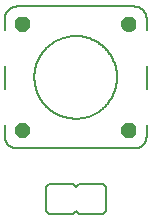
<source format=gbr>
G04 EAGLE Gerber RS-274X export*
G75*
%MOMM*%
%FSLAX34Y34*%
%LPD*%
%INSilkscreen Top*%
%IPPOS*%
%AMOC8*
5,1,8,0,0,1.08239X$1,22.5*%
G01*
%ADD10C,0.152400*%
%ADD11C,0.203200*%
%ADD12C,0.700000*%


D10*
X88900Y35560D02*
X91440Y38100D01*
X88900Y35560D02*
X86360Y38100D01*
X88900Y15240D02*
X91440Y12700D01*
X88900Y15240D02*
X86360Y12700D01*
X66040Y12700D01*
X63500Y15240D01*
X111760Y12700D02*
X114300Y15240D01*
X111760Y12700D02*
X91440Y12700D01*
X114300Y15240D02*
X114300Y35560D01*
X111760Y38100D01*
X91440Y38100D01*
X86360Y38100D02*
X66040Y38100D01*
X63500Y35560D01*
X63500Y15240D01*
D11*
X28900Y168270D02*
X28900Y178270D01*
X38900Y188270D02*
X138900Y188270D01*
X148900Y178270D02*
X148900Y168270D01*
X148900Y138270D02*
X148900Y118270D01*
X148900Y88270D02*
X148900Y78270D01*
X138900Y68270D02*
X38900Y68270D01*
X28900Y78270D02*
X28900Y88270D01*
X28900Y118270D02*
X28900Y138270D01*
X28900Y178270D02*
X28903Y178512D01*
X28912Y178753D01*
X28926Y178994D01*
X28947Y179235D01*
X28973Y179475D01*
X29005Y179715D01*
X29043Y179954D01*
X29086Y180191D01*
X29136Y180428D01*
X29191Y180663D01*
X29251Y180897D01*
X29318Y181129D01*
X29389Y181360D01*
X29467Y181589D01*
X29550Y181816D01*
X29638Y182041D01*
X29732Y182264D01*
X29831Y182484D01*
X29936Y182702D01*
X30045Y182917D01*
X30160Y183130D01*
X30280Y183340D01*
X30405Y183546D01*
X30535Y183750D01*
X30670Y183951D01*
X30810Y184148D01*
X30954Y184342D01*
X31103Y184532D01*
X31257Y184718D01*
X31415Y184901D01*
X31577Y185080D01*
X31744Y185255D01*
X31915Y185426D01*
X32090Y185593D01*
X32269Y185755D01*
X32452Y185913D01*
X32638Y186067D01*
X32828Y186216D01*
X33022Y186360D01*
X33219Y186500D01*
X33420Y186635D01*
X33624Y186765D01*
X33830Y186890D01*
X34040Y187010D01*
X34253Y187125D01*
X34468Y187234D01*
X34686Y187339D01*
X34906Y187438D01*
X35129Y187532D01*
X35354Y187620D01*
X35581Y187703D01*
X35810Y187781D01*
X36041Y187852D01*
X36273Y187919D01*
X36507Y187979D01*
X36742Y188034D01*
X36979Y188084D01*
X37216Y188127D01*
X37455Y188165D01*
X37695Y188197D01*
X37935Y188223D01*
X38176Y188244D01*
X38417Y188258D01*
X38658Y188267D01*
X38900Y188270D01*
X138900Y188270D02*
X139142Y188267D01*
X139383Y188258D01*
X139624Y188244D01*
X139865Y188223D01*
X140105Y188197D01*
X140345Y188165D01*
X140584Y188127D01*
X140821Y188084D01*
X141058Y188034D01*
X141293Y187979D01*
X141527Y187919D01*
X141759Y187852D01*
X141990Y187781D01*
X142219Y187703D01*
X142446Y187620D01*
X142671Y187532D01*
X142894Y187438D01*
X143114Y187339D01*
X143332Y187234D01*
X143547Y187125D01*
X143760Y187010D01*
X143970Y186890D01*
X144176Y186765D01*
X144380Y186635D01*
X144581Y186500D01*
X144778Y186360D01*
X144972Y186216D01*
X145162Y186067D01*
X145348Y185913D01*
X145531Y185755D01*
X145710Y185593D01*
X145885Y185426D01*
X146056Y185255D01*
X146223Y185080D01*
X146385Y184901D01*
X146543Y184718D01*
X146697Y184532D01*
X146846Y184342D01*
X146990Y184148D01*
X147130Y183951D01*
X147265Y183750D01*
X147395Y183546D01*
X147520Y183340D01*
X147640Y183130D01*
X147755Y182917D01*
X147864Y182702D01*
X147969Y182484D01*
X148068Y182264D01*
X148162Y182041D01*
X148250Y181816D01*
X148333Y181589D01*
X148411Y181360D01*
X148482Y181129D01*
X148549Y180897D01*
X148609Y180663D01*
X148664Y180428D01*
X148714Y180191D01*
X148757Y179954D01*
X148795Y179715D01*
X148827Y179475D01*
X148853Y179235D01*
X148874Y178994D01*
X148888Y178753D01*
X148897Y178512D01*
X148900Y178270D01*
X148900Y78270D02*
X148897Y78028D01*
X148888Y77787D01*
X148874Y77546D01*
X148853Y77305D01*
X148827Y77065D01*
X148795Y76825D01*
X148757Y76586D01*
X148714Y76349D01*
X148664Y76112D01*
X148609Y75877D01*
X148549Y75643D01*
X148482Y75411D01*
X148411Y75180D01*
X148333Y74951D01*
X148250Y74724D01*
X148162Y74499D01*
X148068Y74276D01*
X147969Y74056D01*
X147864Y73838D01*
X147755Y73623D01*
X147640Y73410D01*
X147520Y73200D01*
X147395Y72994D01*
X147265Y72790D01*
X147130Y72589D01*
X146990Y72392D01*
X146846Y72198D01*
X146697Y72008D01*
X146543Y71822D01*
X146385Y71639D01*
X146223Y71460D01*
X146056Y71285D01*
X145885Y71114D01*
X145710Y70947D01*
X145531Y70785D01*
X145348Y70627D01*
X145162Y70473D01*
X144972Y70324D01*
X144778Y70180D01*
X144581Y70040D01*
X144380Y69905D01*
X144176Y69775D01*
X143970Y69650D01*
X143760Y69530D01*
X143547Y69415D01*
X143332Y69306D01*
X143114Y69201D01*
X142894Y69102D01*
X142671Y69008D01*
X142446Y68920D01*
X142219Y68837D01*
X141990Y68759D01*
X141759Y68688D01*
X141527Y68621D01*
X141293Y68561D01*
X141058Y68506D01*
X140821Y68456D01*
X140584Y68413D01*
X140345Y68375D01*
X140105Y68343D01*
X139865Y68317D01*
X139624Y68296D01*
X139383Y68282D01*
X139142Y68273D01*
X138900Y68270D01*
X38900Y68270D02*
X38658Y68273D01*
X38417Y68282D01*
X38176Y68296D01*
X37935Y68317D01*
X37695Y68343D01*
X37455Y68375D01*
X37216Y68413D01*
X36979Y68456D01*
X36742Y68506D01*
X36507Y68561D01*
X36273Y68621D01*
X36041Y68688D01*
X35810Y68759D01*
X35581Y68837D01*
X35354Y68920D01*
X35129Y69008D01*
X34906Y69102D01*
X34686Y69201D01*
X34468Y69306D01*
X34253Y69415D01*
X34040Y69530D01*
X33830Y69650D01*
X33624Y69775D01*
X33420Y69905D01*
X33219Y70040D01*
X33022Y70180D01*
X32828Y70324D01*
X32638Y70473D01*
X32452Y70627D01*
X32269Y70785D01*
X32090Y70947D01*
X31915Y71114D01*
X31744Y71285D01*
X31577Y71460D01*
X31415Y71639D01*
X31257Y71822D01*
X31103Y72008D01*
X30954Y72198D01*
X30810Y72392D01*
X30670Y72589D01*
X30535Y72790D01*
X30405Y72994D01*
X30280Y73200D01*
X30160Y73410D01*
X30045Y73623D01*
X29936Y73838D01*
X29831Y74056D01*
X29732Y74276D01*
X29638Y74499D01*
X29550Y74724D01*
X29467Y74951D01*
X29389Y75180D01*
X29318Y75411D01*
X29251Y75643D01*
X29191Y75877D01*
X29136Y76112D01*
X29086Y76349D01*
X29043Y76586D01*
X29005Y76825D01*
X28973Y77065D01*
X28947Y77305D01*
X28926Y77546D01*
X28912Y77787D01*
X28903Y78028D01*
X28900Y78270D01*
X53900Y128270D02*
X53911Y129129D01*
X53942Y129987D01*
X53995Y130845D01*
X54069Y131701D01*
X54163Y132554D01*
X54279Y133406D01*
X54415Y134254D01*
X54573Y135098D01*
X54750Y135939D01*
X54949Y136774D01*
X55168Y137605D01*
X55407Y138430D01*
X55667Y139249D01*
X55946Y140061D01*
X56245Y140866D01*
X56564Y141664D01*
X56903Y142453D01*
X57260Y143234D01*
X57637Y144006D01*
X58033Y144769D01*
X58447Y145521D01*
X58879Y146264D01*
X59330Y146995D01*
X59799Y147715D01*
X60285Y148423D01*
X60788Y149119D01*
X61308Y149803D01*
X61845Y150474D01*
X62398Y151131D01*
X62967Y151775D01*
X63551Y152404D01*
X64151Y153019D01*
X64766Y153619D01*
X65395Y154203D01*
X66039Y154772D01*
X66696Y155325D01*
X67367Y155862D01*
X68051Y156382D01*
X68747Y156885D01*
X69455Y157371D01*
X70175Y157840D01*
X70906Y158291D01*
X71649Y158723D01*
X72401Y159137D01*
X73164Y159533D01*
X73936Y159910D01*
X74717Y160267D01*
X75506Y160606D01*
X76304Y160925D01*
X77109Y161224D01*
X77921Y161503D01*
X78740Y161763D01*
X79565Y162002D01*
X80396Y162221D01*
X81231Y162420D01*
X82072Y162597D01*
X82916Y162755D01*
X83764Y162891D01*
X84616Y163007D01*
X85469Y163101D01*
X86325Y163175D01*
X87183Y163228D01*
X88041Y163259D01*
X88900Y163270D01*
X89759Y163259D01*
X90617Y163228D01*
X91475Y163175D01*
X92331Y163101D01*
X93184Y163007D01*
X94036Y162891D01*
X94884Y162755D01*
X95728Y162597D01*
X96569Y162420D01*
X97404Y162221D01*
X98235Y162002D01*
X99060Y161763D01*
X99879Y161503D01*
X100691Y161224D01*
X101496Y160925D01*
X102294Y160606D01*
X103083Y160267D01*
X103864Y159910D01*
X104636Y159533D01*
X105399Y159137D01*
X106151Y158723D01*
X106894Y158291D01*
X107625Y157840D01*
X108345Y157371D01*
X109053Y156885D01*
X109749Y156382D01*
X110433Y155862D01*
X111104Y155325D01*
X111761Y154772D01*
X112405Y154203D01*
X113034Y153619D01*
X113649Y153019D01*
X114249Y152404D01*
X114833Y151775D01*
X115402Y151131D01*
X115955Y150474D01*
X116492Y149803D01*
X117012Y149119D01*
X117515Y148423D01*
X118001Y147715D01*
X118470Y146995D01*
X118921Y146264D01*
X119353Y145521D01*
X119767Y144769D01*
X120163Y144006D01*
X120540Y143234D01*
X120897Y142453D01*
X121236Y141664D01*
X121555Y140866D01*
X121854Y140061D01*
X122133Y139249D01*
X122393Y138430D01*
X122632Y137605D01*
X122851Y136774D01*
X123050Y135939D01*
X123227Y135098D01*
X123385Y134254D01*
X123521Y133406D01*
X123637Y132554D01*
X123731Y131701D01*
X123805Y130845D01*
X123858Y129987D01*
X123889Y129129D01*
X123900Y128270D01*
X123889Y127411D01*
X123858Y126553D01*
X123805Y125695D01*
X123731Y124839D01*
X123637Y123986D01*
X123521Y123134D01*
X123385Y122286D01*
X123227Y121442D01*
X123050Y120601D01*
X122851Y119766D01*
X122632Y118935D01*
X122393Y118110D01*
X122133Y117291D01*
X121854Y116479D01*
X121555Y115674D01*
X121236Y114876D01*
X120897Y114087D01*
X120540Y113306D01*
X120163Y112534D01*
X119767Y111771D01*
X119353Y111019D01*
X118921Y110276D01*
X118470Y109545D01*
X118001Y108825D01*
X117515Y108117D01*
X117012Y107421D01*
X116492Y106737D01*
X115955Y106066D01*
X115402Y105409D01*
X114833Y104765D01*
X114249Y104136D01*
X113649Y103521D01*
X113034Y102921D01*
X112405Y102337D01*
X111761Y101768D01*
X111104Y101215D01*
X110433Y100678D01*
X109749Y100158D01*
X109053Y99655D01*
X108345Y99169D01*
X107625Y98700D01*
X106894Y98249D01*
X106151Y97817D01*
X105399Y97403D01*
X104636Y97007D01*
X103864Y96630D01*
X103083Y96273D01*
X102294Y95934D01*
X101496Y95615D01*
X100691Y95316D01*
X99879Y95037D01*
X99060Y94777D01*
X98235Y94538D01*
X97404Y94319D01*
X96569Y94120D01*
X95728Y93943D01*
X94884Y93785D01*
X94036Y93649D01*
X93184Y93533D01*
X92331Y93439D01*
X91475Y93365D01*
X90617Y93312D01*
X89759Y93281D01*
X88900Y93270D01*
X88041Y93281D01*
X87183Y93312D01*
X86325Y93365D01*
X85469Y93439D01*
X84616Y93533D01*
X83764Y93649D01*
X82916Y93785D01*
X82072Y93943D01*
X81231Y94120D01*
X80396Y94319D01*
X79565Y94538D01*
X78740Y94777D01*
X77921Y95037D01*
X77109Y95316D01*
X76304Y95615D01*
X75506Y95934D01*
X74717Y96273D01*
X73936Y96630D01*
X73164Y97007D01*
X72401Y97403D01*
X71649Y97817D01*
X70906Y98249D01*
X70175Y98700D01*
X69455Y99169D01*
X68747Y99655D01*
X68051Y100158D01*
X67367Y100678D01*
X66696Y101215D01*
X66039Y101768D01*
X65395Y102337D01*
X64766Y102921D01*
X64151Y103521D01*
X63551Y104136D01*
X62967Y104765D01*
X62398Y105409D01*
X61845Y106066D01*
X61308Y106737D01*
X60788Y107421D01*
X60285Y108117D01*
X59799Y108825D01*
X59330Y109545D01*
X58879Y110276D01*
X58447Y111019D01*
X58033Y111771D01*
X57637Y112534D01*
X57260Y113306D01*
X56903Y114087D01*
X56564Y114876D01*
X56245Y115674D01*
X55946Y116479D01*
X55667Y117291D01*
X55407Y118110D01*
X55168Y118935D01*
X54949Y119766D01*
X54750Y120601D01*
X54573Y121442D01*
X54415Y122286D01*
X54279Y123134D01*
X54163Y123986D01*
X54069Y124839D01*
X53995Y125695D01*
X53942Y126553D01*
X53911Y127411D01*
X53900Y128270D01*
D12*
X40900Y173270D02*
X40902Y173379D01*
X40908Y173488D01*
X40918Y173596D01*
X40932Y173704D01*
X40949Y173812D01*
X40971Y173919D01*
X40996Y174025D01*
X41026Y174129D01*
X41059Y174233D01*
X41096Y174336D01*
X41136Y174437D01*
X41180Y174536D01*
X41228Y174634D01*
X41280Y174731D01*
X41334Y174825D01*
X41392Y174917D01*
X41454Y175007D01*
X41519Y175094D01*
X41586Y175180D01*
X41657Y175263D01*
X41731Y175343D01*
X41808Y175420D01*
X41887Y175495D01*
X41969Y175566D01*
X42054Y175635D01*
X42141Y175700D01*
X42230Y175763D01*
X42322Y175821D01*
X42416Y175877D01*
X42511Y175929D01*
X42609Y175978D01*
X42708Y176023D01*
X42809Y176065D01*
X42911Y176102D01*
X43014Y176136D01*
X43119Y176167D01*
X43225Y176193D01*
X43331Y176216D01*
X43439Y176234D01*
X43547Y176249D01*
X43655Y176260D01*
X43764Y176267D01*
X43873Y176270D01*
X43982Y176269D01*
X44091Y176264D01*
X44199Y176255D01*
X44307Y176242D01*
X44415Y176225D01*
X44522Y176205D01*
X44628Y176180D01*
X44733Y176152D01*
X44837Y176120D01*
X44940Y176084D01*
X45042Y176044D01*
X45142Y176001D01*
X45240Y175954D01*
X45337Y175904D01*
X45431Y175850D01*
X45524Y175792D01*
X45615Y175732D01*
X45703Y175668D01*
X45789Y175601D01*
X45872Y175531D01*
X45953Y175458D01*
X46031Y175382D01*
X46106Y175303D01*
X46179Y175221D01*
X46248Y175137D01*
X46314Y175051D01*
X46377Y174962D01*
X46437Y174871D01*
X46494Y174778D01*
X46547Y174683D01*
X46596Y174586D01*
X46642Y174487D01*
X46684Y174387D01*
X46723Y174285D01*
X46758Y174181D01*
X46789Y174077D01*
X46817Y173972D01*
X46840Y173865D01*
X46860Y173758D01*
X46876Y173650D01*
X46888Y173542D01*
X46896Y173433D01*
X46900Y173324D01*
X46900Y173216D01*
X46896Y173107D01*
X46888Y172998D01*
X46876Y172890D01*
X46860Y172782D01*
X46840Y172675D01*
X46817Y172568D01*
X46789Y172463D01*
X46758Y172359D01*
X46723Y172255D01*
X46684Y172153D01*
X46642Y172053D01*
X46596Y171954D01*
X46547Y171857D01*
X46494Y171762D01*
X46437Y171669D01*
X46377Y171578D01*
X46314Y171489D01*
X46248Y171403D01*
X46179Y171319D01*
X46106Y171237D01*
X46031Y171158D01*
X45953Y171082D01*
X45872Y171009D01*
X45789Y170939D01*
X45703Y170872D01*
X45615Y170808D01*
X45524Y170748D01*
X45431Y170690D01*
X45337Y170636D01*
X45240Y170586D01*
X45142Y170539D01*
X45042Y170496D01*
X44940Y170456D01*
X44837Y170420D01*
X44733Y170388D01*
X44628Y170360D01*
X44522Y170335D01*
X44415Y170315D01*
X44307Y170298D01*
X44199Y170285D01*
X44091Y170276D01*
X43982Y170271D01*
X43873Y170270D01*
X43764Y170273D01*
X43655Y170280D01*
X43547Y170291D01*
X43439Y170306D01*
X43331Y170324D01*
X43225Y170347D01*
X43119Y170373D01*
X43014Y170404D01*
X42911Y170438D01*
X42809Y170475D01*
X42708Y170517D01*
X42609Y170562D01*
X42511Y170611D01*
X42416Y170663D01*
X42322Y170719D01*
X42230Y170777D01*
X42141Y170840D01*
X42054Y170905D01*
X41969Y170974D01*
X41887Y171045D01*
X41808Y171120D01*
X41731Y171197D01*
X41657Y171277D01*
X41586Y171360D01*
X41519Y171446D01*
X41454Y171533D01*
X41392Y171623D01*
X41334Y171715D01*
X41280Y171809D01*
X41228Y171906D01*
X41180Y172004D01*
X41136Y172103D01*
X41096Y172204D01*
X41059Y172307D01*
X41026Y172411D01*
X40996Y172515D01*
X40971Y172621D01*
X40949Y172728D01*
X40932Y172836D01*
X40918Y172944D01*
X40908Y173052D01*
X40902Y173161D01*
X40900Y173270D01*
X130900Y173270D02*
X130902Y173379D01*
X130908Y173488D01*
X130918Y173596D01*
X130932Y173704D01*
X130949Y173812D01*
X130971Y173919D01*
X130996Y174025D01*
X131026Y174129D01*
X131059Y174233D01*
X131096Y174336D01*
X131136Y174437D01*
X131180Y174536D01*
X131228Y174634D01*
X131280Y174731D01*
X131334Y174825D01*
X131392Y174917D01*
X131454Y175007D01*
X131519Y175094D01*
X131586Y175180D01*
X131657Y175263D01*
X131731Y175343D01*
X131808Y175420D01*
X131887Y175495D01*
X131969Y175566D01*
X132054Y175635D01*
X132141Y175700D01*
X132230Y175763D01*
X132322Y175821D01*
X132416Y175877D01*
X132511Y175929D01*
X132609Y175978D01*
X132708Y176023D01*
X132809Y176065D01*
X132911Y176102D01*
X133014Y176136D01*
X133119Y176167D01*
X133225Y176193D01*
X133331Y176216D01*
X133439Y176234D01*
X133547Y176249D01*
X133655Y176260D01*
X133764Y176267D01*
X133873Y176270D01*
X133982Y176269D01*
X134091Y176264D01*
X134199Y176255D01*
X134307Y176242D01*
X134415Y176225D01*
X134522Y176205D01*
X134628Y176180D01*
X134733Y176152D01*
X134837Y176120D01*
X134940Y176084D01*
X135042Y176044D01*
X135142Y176001D01*
X135240Y175954D01*
X135337Y175904D01*
X135431Y175850D01*
X135524Y175792D01*
X135615Y175732D01*
X135703Y175668D01*
X135789Y175601D01*
X135872Y175531D01*
X135953Y175458D01*
X136031Y175382D01*
X136106Y175303D01*
X136179Y175221D01*
X136248Y175137D01*
X136314Y175051D01*
X136377Y174962D01*
X136437Y174871D01*
X136494Y174778D01*
X136547Y174683D01*
X136596Y174586D01*
X136642Y174487D01*
X136684Y174387D01*
X136723Y174285D01*
X136758Y174181D01*
X136789Y174077D01*
X136817Y173972D01*
X136840Y173865D01*
X136860Y173758D01*
X136876Y173650D01*
X136888Y173542D01*
X136896Y173433D01*
X136900Y173324D01*
X136900Y173216D01*
X136896Y173107D01*
X136888Y172998D01*
X136876Y172890D01*
X136860Y172782D01*
X136840Y172675D01*
X136817Y172568D01*
X136789Y172463D01*
X136758Y172359D01*
X136723Y172255D01*
X136684Y172153D01*
X136642Y172053D01*
X136596Y171954D01*
X136547Y171857D01*
X136494Y171762D01*
X136437Y171669D01*
X136377Y171578D01*
X136314Y171489D01*
X136248Y171403D01*
X136179Y171319D01*
X136106Y171237D01*
X136031Y171158D01*
X135953Y171082D01*
X135872Y171009D01*
X135789Y170939D01*
X135703Y170872D01*
X135615Y170808D01*
X135524Y170748D01*
X135431Y170690D01*
X135337Y170636D01*
X135240Y170586D01*
X135142Y170539D01*
X135042Y170496D01*
X134940Y170456D01*
X134837Y170420D01*
X134733Y170388D01*
X134628Y170360D01*
X134522Y170335D01*
X134415Y170315D01*
X134307Y170298D01*
X134199Y170285D01*
X134091Y170276D01*
X133982Y170271D01*
X133873Y170270D01*
X133764Y170273D01*
X133655Y170280D01*
X133547Y170291D01*
X133439Y170306D01*
X133331Y170324D01*
X133225Y170347D01*
X133119Y170373D01*
X133014Y170404D01*
X132911Y170438D01*
X132809Y170475D01*
X132708Y170517D01*
X132609Y170562D01*
X132511Y170611D01*
X132416Y170663D01*
X132322Y170719D01*
X132230Y170777D01*
X132141Y170840D01*
X132054Y170905D01*
X131969Y170974D01*
X131887Y171045D01*
X131808Y171120D01*
X131731Y171197D01*
X131657Y171277D01*
X131586Y171360D01*
X131519Y171446D01*
X131454Y171533D01*
X131392Y171623D01*
X131334Y171715D01*
X131280Y171809D01*
X131228Y171906D01*
X131180Y172004D01*
X131136Y172103D01*
X131096Y172204D01*
X131059Y172307D01*
X131026Y172411D01*
X130996Y172515D01*
X130971Y172621D01*
X130949Y172728D01*
X130932Y172836D01*
X130918Y172944D01*
X130908Y173052D01*
X130902Y173161D01*
X130900Y173270D01*
X130900Y83270D02*
X130902Y83379D01*
X130908Y83488D01*
X130918Y83596D01*
X130932Y83704D01*
X130949Y83812D01*
X130971Y83919D01*
X130996Y84025D01*
X131026Y84129D01*
X131059Y84233D01*
X131096Y84336D01*
X131136Y84437D01*
X131180Y84536D01*
X131228Y84634D01*
X131280Y84731D01*
X131334Y84825D01*
X131392Y84917D01*
X131454Y85007D01*
X131519Y85094D01*
X131586Y85180D01*
X131657Y85263D01*
X131731Y85343D01*
X131808Y85420D01*
X131887Y85495D01*
X131969Y85566D01*
X132054Y85635D01*
X132141Y85700D01*
X132230Y85763D01*
X132322Y85821D01*
X132416Y85877D01*
X132511Y85929D01*
X132609Y85978D01*
X132708Y86023D01*
X132809Y86065D01*
X132911Y86102D01*
X133014Y86136D01*
X133119Y86167D01*
X133225Y86193D01*
X133331Y86216D01*
X133439Y86234D01*
X133547Y86249D01*
X133655Y86260D01*
X133764Y86267D01*
X133873Y86270D01*
X133982Y86269D01*
X134091Y86264D01*
X134199Y86255D01*
X134307Y86242D01*
X134415Y86225D01*
X134522Y86205D01*
X134628Y86180D01*
X134733Y86152D01*
X134837Y86120D01*
X134940Y86084D01*
X135042Y86044D01*
X135142Y86001D01*
X135240Y85954D01*
X135337Y85904D01*
X135431Y85850D01*
X135524Y85792D01*
X135615Y85732D01*
X135703Y85668D01*
X135789Y85601D01*
X135872Y85531D01*
X135953Y85458D01*
X136031Y85382D01*
X136106Y85303D01*
X136179Y85221D01*
X136248Y85137D01*
X136314Y85051D01*
X136377Y84962D01*
X136437Y84871D01*
X136494Y84778D01*
X136547Y84683D01*
X136596Y84586D01*
X136642Y84487D01*
X136684Y84387D01*
X136723Y84285D01*
X136758Y84181D01*
X136789Y84077D01*
X136817Y83972D01*
X136840Y83865D01*
X136860Y83758D01*
X136876Y83650D01*
X136888Y83542D01*
X136896Y83433D01*
X136900Y83324D01*
X136900Y83216D01*
X136896Y83107D01*
X136888Y82998D01*
X136876Y82890D01*
X136860Y82782D01*
X136840Y82675D01*
X136817Y82568D01*
X136789Y82463D01*
X136758Y82359D01*
X136723Y82255D01*
X136684Y82153D01*
X136642Y82053D01*
X136596Y81954D01*
X136547Y81857D01*
X136494Y81762D01*
X136437Y81669D01*
X136377Y81578D01*
X136314Y81489D01*
X136248Y81403D01*
X136179Y81319D01*
X136106Y81237D01*
X136031Y81158D01*
X135953Y81082D01*
X135872Y81009D01*
X135789Y80939D01*
X135703Y80872D01*
X135615Y80808D01*
X135524Y80748D01*
X135431Y80690D01*
X135337Y80636D01*
X135240Y80586D01*
X135142Y80539D01*
X135042Y80496D01*
X134940Y80456D01*
X134837Y80420D01*
X134733Y80388D01*
X134628Y80360D01*
X134522Y80335D01*
X134415Y80315D01*
X134307Y80298D01*
X134199Y80285D01*
X134091Y80276D01*
X133982Y80271D01*
X133873Y80270D01*
X133764Y80273D01*
X133655Y80280D01*
X133547Y80291D01*
X133439Y80306D01*
X133331Y80324D01*
X133225Y80347D01*
X133119Y80373D01*
X133014Y80404D01*
X132911Y80438D01*
X132809Y80475D01*
X132708Y80517D01*
X132609Y80562D01*
X132511Y80611D01*
X132416Y80663D01*
X132322Y80719D01*
X132230Y80777D01*
X132141Y80840D01*
X132054Y80905D01*
X131969Y80974D01*
X131887Y81045D01*
X131808Y81120D01*
X131731Y81197D01*
X131657Y81277D01*
X131586Y81360D01*
X131519Y81446D01*
X131454Y81533D01*
X131392Y81623D01*
X131334Y81715D01*
X131280Y81809D01*
X131228Y81906D01*
X131180Y82004D01*
X131136Y82103D01*
X131096Y82204D01*
X131059Y82307D01*
X131026Y82411D01*
X130996Y82515D01*
X130971Y82621D01*
X130949Y82728D01*
X130932Y82836D01*
X130918Y82944D01*
X130908Y83052D01*
X130902Y83161D01*
X130900Y83270D01*
X40900Y83270D02*
X40902Y83379D01*
X40908Y83488D01*
X40918Y83596D01*
X40932Y83704D01*
X40949Y83812D01*
X40971Y83919D01*
X40996Y84025D01*
X41026Y84129D01*
X41059Y84233D01*
X41096Y84336D01*
X41136Y84437D01*
X41180Y84536D01*
X41228Y84634D01*
X41280Y84731D01*
X41334Y84825D01*
X41392Y84917D01*
X41454Y85007D01*
X41519Y85094D01*
X41586Y85180D01*
X41657Y85263D01*
X41731Y85343D01*
X41808Y85420D01*
X41887Y85495D01*
X41969Y85566D01*
X42054Y85635D01*
X42141Y85700D01*
X42230Y85763D01*
X42322Y85821D01*
X42416Y85877D01*
X42511Y85929D01*
X42609Y85978D01*
X42708Y86023D01*
X42809Y86065D01*
X42911Y86102D01*
X43014Y86136D01*
X43119Y86167D01*
X43225Y86193D01*
X43331Y86216D01*
X43439Y86234D01*
X43547Y86249D01*
X43655Y86260D01*
X43764Y86267D01*
X43873Y86270D01*
X43982Y86269D01*
X44091Y86264D01*
X44199Y86255D01*
X44307Y86242D01*
X44415Y86225D01*
X44522Y86205D01*
X44628Y86180D01*
X44733Y86152D01*
X44837Y86120D01*
X44940Y86084D01*
X45042Y86044D01*
X45142Y86001D01*
X45240Y85954D01*
X45337Y85904D01*
X45431Y85850D01*
X45524Y85792D01*
X45615Y85732D01*
X45703Y85668D01*
X45789Y85601D01*
X45872Y85531D01*
X45953Y85458D01*
X46031Y85382D01*
X46106Y85303D01*
X46179Y85221D01*
X46248Y85137D01*
X46314Y85051D01*
X46377Y84962D01*
X46437Y84871D01*
X46494Y84778D01*
X46547Y84683D01*
X46596Y84586D01*
X46642Y84487D01*
X46684Y84387D01*
X46723Y84285D01*
X46758Y84181D01*
X46789Y84077D01*
X46817Y83972D01*
X46840Y83865D01*
X46860Y83758D01*
X46876Y83650D01*
X46888Y83542D01*
X46896Y83433D01*
X46900Y83324D01*
X46900Y83216D01*
X46896Y83107D01*
X46888Y82998D01*
X46876Y82890D01*
X46860Y82782D01*
X46840Y82675D01*
X46817Y82568D01*
X46789Y82463D01*
X46758Y82359D01*
X46723Y82255D01*
X46684Y82153D01*
X46642Y82053D01*
X46596Y81954D01*
X46547Y81857D01*
X46494Y81762D01*
X46437Y81669D01*
X46377Y81578D01*
X46314Y81489D01*
X46248Y81403D01*
X46179Y81319D01*
X46106Y81237D01*
X46031Y81158D01*
X45953Y81082D01*
X45872Y81009D01*
X45789Y80939D01*
X45703Y80872D01*
X45615Y80808D01*
X45524Y80748D01*
X45431Y80690D01*
X45337Y80636D01*
X45240Y80586D01*
X45142Y80539D01*
X45042Y80496D01*
X44940Y80456D01*
X44837Y80420D01*
X44733Y80388D01*
X44628Y80360D01*
X44522Y80335D01*
X44415Y80315D01*
X44307Y80298D01*
X44199Y80285D01*
X44091Y80276D01*
X43982Y80271D01*
X43873Y80270D01*
X43764Y80273D01*
X43655Y80280D01*
X43547Y80291D01*
X43439Y80306D01*
X43331Y80324D01*
X43225Y80347D01*
X43119Y80373D01*
X43014Y80404D01*
X42911Y80438D01*
X42809Y80475D01*
X42708Y80517D01*
X42609Y80562D01*
X42511Y80611D01*
X42416Y80663D01*
X42322Y80719D01*
X42230Y80777D01*
X42141Y80840D01*
X42054Y80905D01*
X41969Y80974D01*
X41887Y81045D01*
X41808Y81120D01*
X41731Y81197D01*
X41657Y81277D01*
X41586Y81360D01*
X41519Y81446D01*
X41454Y81533D01*
X41392Y81623D01*
X41334Y81715D01*
X41280Y81809D01*
X41228Y81906D01*
X41180Y82004D01*
X41136Y82103D01*
X41096Y82204D01*
X41059Y82307D01*
X41026Y82411D01*
X40996Y82515D01*
X40971Y82621D01*
X40949Y82728D01*
X40932Y82836D01*
X40918Y82944D01*
X40908Y83052D01*
X40902Y83161D01*
X40900Y83270D01*
M02*

</source>
